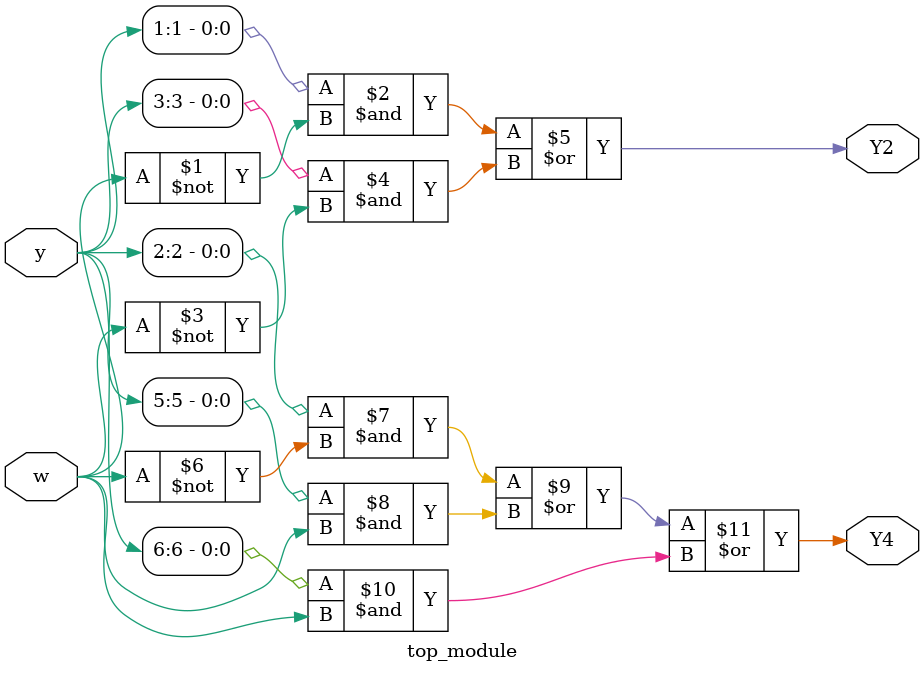
<source format=sv>
module top_module (
    input [6:1] y,
    input w,
    output Y2,
    output Y4
);

// Derive the next-state logic for y[2] and y[4]
assign Y2 = (y[1] & ~w) | (y[3] & ~w);
assign Y4 = (y[2] & ~w) | (y[5] & w) | (y[6] & w);

endmodule

</source>
